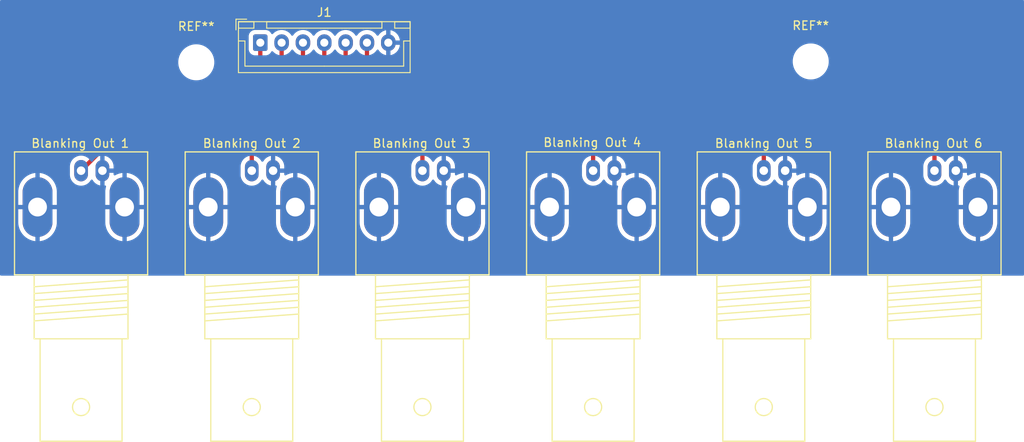
<source format=kicad_pcb>
(kicad_pcb (version 20211014) (generator pcbnew)
  (layers (0 "F.Cu" signal) (31 "B.Cu" signal) (34 "B.Paste" user) (35 "F.Paste" user) (36 "B.SilkS" user "B.Silkscreen") (37 "F.SilkS" user "F.Silkscreen") (38 "B.Mask" user) (39 "F.Mask" user) (44 "Edge.Cuts" user))
  (net 0 "")
  (net 1 "Blanking_Out1")
  (net 2 "Blanking_Out2")
  (net 3 "Blanking_Out3")
  (net 4 "Blanking_Out4")
  (net 5 "Blanking_Out5")
  (net 6 "Blanking_Out6")
  (net 7 "GNDREF")
  (footprint "Maxime:BNC_Socket_TYCO-AMP_LargePads" (layer "F.Cu") (at 155 135 180)
    (fp_text reference "J6" hide)
    (fp_text value "Blanking Out 5" (at 0 8.2) (layer "F.SilkS"))
    (fp_line (start -5.4991 -7.80034) (end 5.4991 -8.60044) (layer "F.SilkS") (width 0.15))
    (fp_line (start -4.8006 -26.70048) (end -4.8006 -14.69898) (layer "F.SilkS") (width 0.15))
    (fp_line (start 7.80034 -7.2009) (end -7.80034 -7.2009) (layer "F.SilkS") (width 0.15))
    (fp_line (start -5.4991 -14.69898) (end -5.4991 -7.2009) (layer "F.SilkS") (width 0.15))
    (fp_line (start -5.4991 -11.80084) (end 5.4991 -12.60094) (layer "F.SilkS") (width 0.15))
    (fp_line (start -7.80034 -7.2009) (end -7.80034 7.2009) (layer "F.SilkS") (width 0.15))
    (fp_line (start -5.4991 -10.20064) (end 5.4991 -11.00074) (layer "F.SilkS") (width 0.15))
    (fp_line (start 4.8006 -26.70048) (end -4.8006 -26.70048) (layer "F.SilkS") (width 0.15))
    (fp_line (start -7.80034 7.2009) (end 7.80034 7.2009) (layer "F.SilkS") (width 0.15))
    (fp_line (start 4.8006 -14.69898) (end 4.8006 -26.70048) (layer "F.SilkS") (width 0.15))
    (fp_line (start 5.4991 -7.2009) (end 5.4991 -14.69898) (layer "F.SilkS") (width 0.15))
    (fp_line (start -5.4991 -9.40054) (end 5.4991 -10.20064) (layer "F.SilkS") (width 0.15))
    (fp_line (start 5.4991 -14.69898) (end -5.4991 -14.69898) (layer "F.SilkS") (width 0.15))
    (fp_line (start -5.4991 -8.60044) (end 5.4991 -9.40054) (layer "F.SilkS") (width 0.15))
    (fp_line (start -5.4991 -11.00074) (end 5.4991 -11.80084) (layer "F.SilkS") (width 0.15))
    (fp_line (start 7.80034 7.2009) (end 7.80034 -7.2009) (layer "F.SilkS") (width 0.15))
    (fp_circle (center 0 -22.69998) (end 1.00076 -22.69998) (layer "F.SilkS") (width 0.15) (fill none))
    (pad "1" thru_hole oval locked (at 0 5.00126 180) (size 1.6002 2.49936) (drill 1.00076) (layers *.Cu *.Mask) (net 5 "Blanking_Out5"))
    (pad "2" thru_hole oval locked (at 5.10032 0.7366 180) (size 3.50012 7.00024) (drill 2.19964) (layers *.Cu *.Mask) (net 7 "GNDREF"))
    (pad "2" thru_hole oval locked (at -5.09778 0.7366 180) (size 3.50012 7.00024) (drill 2.19964) (layers *.Cu *.Mask) (net 7 "GNDREF"))
    (pad "2" thru_hole oval locked (at -2.49936 5.00126 180) (size 1.6002 2.49936) (drill 1.00076) (layers *.Cu *.Mask) (net 7 "GNDREF"))
  )
  (footprint "Maxime:BNC_Socket_TYCO-AMP_LargePads" (layer "F.Cu") (at 175 135 180)
    (fp_text reference "J7" hide)
    (fp_text value "Blanking Out 6" (at 0.1 8.2) (layer "F.SilkS"))
    (fp_line (start -5.4991 -11.00074) (end 5.4991 -11.80084) (layer "F.SilkS") (width 0.15))
    (fp_line (start -5.4991 -9.40054) (end 5.4991 -10.20064) (layer "F.SilkS") (width 0.15))
    (fp_line (start -5.4991 -7.80034) (end 5.4991 -8.60044) (layer "F.SilkS") (width 0.15))
    (fp_line (start -5.4991 -11.80084) (end 5.4991 -12.60094) (layer "F.SilkS") (width 0.15))
    (fp_line (start -4.8006 -26.70048) (end -4.8006 -14.69898) (layer "F.SilkS") (width 0.15))
    (fp_line (start 4.8006 -26.70048) (end -4.8006 -26.70048) (layer "F.SilkS") (width 0.15))
    (fp_line (start -5.4991 -14.69898) (end -5.4991 -7.2009) (layer "F.SilkS") (width 0.15))
    (fp_line (start -5.4991 -8.60044) (end 5.4991 -9.40054) (layer "F.SilkS") (width 0.15))
    (fp_line (start 7.80034 -7.2009) (end -7.80034 -7.2009) (layer "F.SilkS") (width 0.15))
    (fp_line (start 5.4991 -14.69898) (end -5.4991 -14.69898) (layer "F.SilkS") (width 0.15))
    (fp_line (start -7.80034 7.2009) (end 7.80034 7.2009) (layer "F.SilkS") (width 0.15))
    (fp_line (start 7.80034 7.2009) (end 7.80034 -7.2009) (layer "F.SilkS") (width 0.15))
    (fp_line (start 4.8006 -14.69898) (end 4.8006 -26.70048) (layer "F.SilkS") (width 0.15))
    (fp_line (start -5.4991 -10.20064) (end 5.4991 -11.00074) (layer "F.SilkS") (width 0.15))
    (fp_line (start 5.4991 -7.2009) (end 5.4991 -14.69898) (layer "F.SilkS") (width 0.15))
    (fp_line (start -7.80034 -7.2009) (end -7.80034 7.2009) (layer "F.SilkS") (width 0.15))
    (fp_circle (center 0 -22.69998) (end 1.00076 -22.69998) (layer "F.SilkS") (width 0.15) (fill none))
    (pad "1" thru_hole oval locked (at 0 5.00126 180) (size 1.6002 2.49936) (drill 1.00076) (layers *.Cu *.Mask) (net 6 "Blanking_Out6"))
    (pad "2" thru_hole oval locked (at 5.10032 0.7366 180) (size 3.50012 7.00024) (drill 2.19964) (layers *.Cu *.Mask) (net 7 "GNDREF"))
    (pad "2" thru_hole oval locked (at -2.49936 5.00126 180) (size 1.6002 2.49936) (drill 1.00076) (layers *.Cu *.Mask) (net 7 "GNDREF"))
    (pad "2" thru_hole oval locked (at -5.09778 0.7366 180) (size 3.50012 7.00024) (drill 2.19964) (layers *.Cu *.Mask) (net 7 "GNDREF"))
  )
  (footprint "MountingHole:MountingHole_3.2mm_M3" (layer "F.Cu") (at 88.5 117.3)
    (fp_text reference "REF**" (at 0 -4.2) (layer "F.SilkS"))
    (fp_text value "MountingHole_3.2mm_M3")
    (pad "" np_thru_hole circle (at 0 0) (size 3.2 3.2) (drill 3.2) (layers *.Cu *.Mask))
  )
  (footprint "Maxime:BNC_Socket_TYCO-AMP_LargePads" (layer "F.Cu") (at 135 135 180)
    (fp_text reference "J5" hide)
    (fp_text value "Blanking Out 4" (at 0.1 8.3) (layer "F.SilkS"))
    (fp_line (start 4.8006 -26.70048) (end -4.8006 -26.70048) (layer "F.SilkS") (width 0.15))
    (fp_line (start -5.4991 -7.80034) (end 5.4991 -8.60044) (layer "F.SilkS") (width 0.15))
    (fp_line (start 7.80034 -7.2009) (end -7.80034 -7.2009) (layer "F.SilkS") (width 0.15))
    (fp_line (start -5.4991 -14.69898) (end -5.4991 -7.2009) (layer "F.SilkS") (width 0.15))
    (fp_line (start -5.4991 -11.80084) (end 5.4991 -12.60094) (layer "F.SilkS") (width 0.15))
    (fp_line (start 5.4991 -7.2009) (end 5.4991 -14.69898) (layer "F.SilkS") (width 0.15))
    (fp_line (start 5.4991 -14.69898) (end -5.4991 -14.69898) (layer "F.SilkS") (width 0.15))
    (fp_line (start -7.80034 7.2009) (end 7.80034 7.2009) (layer "F.SilkS") (width 0.15))
    (fp_line (start -7.80034 -7.2009) (end -7.80034 7.2009) (layer "F.SilkS") (width 0.15))
    (fp_line (start 4.8006 -14.69898) (end 4.8006 -26.70048) (layer "F.SilkS") (width 0.15))
    (fp_line (start -4.8006 -26.70048) (end -4.8006 -14.69898) (layer "F.SilkS") (width 0.15))
    (fp_line (start -5.4991 -10.20064) (end 5.4991 -11.00074) (layer "F.SilkS") (width 0.15))
    (fp_line (start -5.4991 -11.00074) (end 5.4991 -11.80084) (layer "F.SilkS") (width 0.15))
    (fp_line (start -5.4991 -8.60044) (end 5.4991 -9.40054) (layer "F.SilkS") (width 0.15))
    (fp_line (start 7.80034 7.2009) (end 7.80034 -7.2009) (layer "F.SilkS") (width 0.15))
    (fp_line (start -5.4991 -9.40054) (end 5.4991 -10.20064) (layer "F.SilkS") (width 0.15))
    (fp_circle (center 0 -22.69998) (end 1.00076 -22.69998) (layer "F.SilkS") (width 0.15) (fill none))
    (pad "1" thru_hole oval locked (at 0 5.00126 180) (size 1.6002 2.49936) (drill 1.00076) (layers *.Cu *.Mask) (net 4 "Blanking_Out4"))
    (pad "2" thru_hole oval locked (at -5.09778 0.7366 180) (size 3.50012 7.00024) (drill 2.19964) (layers *.Cu *.Mask) (net 7 "GNDREF"))
    (pad "2" thru_hole oval locked (at 5.10032 0.7366 180) (size 3.50012 7.00024) (drill 2.19964) (layers *.Cu *.Mask) (net 7 "GNDREF"))
    (pad "2" thru_hole oval locked (at -2.49936 5.00126 180) (size 1.6002 2.49936) (drill 1.00076) (layers *.Cu *.Mask) (net 7 "GNDREF"))
  )
  (footprint "Maxime:BNC_Socket_TYCO-AMP_LargePads" (layer "F.Cu") (at 95 135 180)
    (fp_text reference "J3" hide)
    (fp_text value "Blanking Out 2" (at 0 8.2) (layer "F.SilkS"))
    (fp_line (start -5.4991 -10.20064) (end 5.4991 -11.00074) (layer "F.SilkS") (width 0.15))
    (fp_line (start 4.8006 -26.70048) (end -4.8006 -26.70048) (layer "F.SilkS") (width 0.15))
    (fp_line (start 5.4991 -14.69898) (end -5.4991 -14.69898) (layer "F.SilkS") (width 0.15))
    (fp_line (start 7.80034 -7.2009) (end -7.80034 -7.2009) (layer "F.SilkS") (width 0.15))
    (fp_line (start -5.4991 -14.69898) (end -5.4991 -7.2009) (layer "F.SilkS") (width 0.15))
    (fp_line (start -7.80034 7.2009) (end 7.80034 7.2009) (layer "F.SilkS") (width 0.15))
    (fp_line (start -5.4991 -11.00074) (end 5.4991 -11.80084) (layer "F.SilkS") (width 0.15))
    (fp_line (start -5.4991 -7.80034) (end 5.4991 -8.60044) (layer "F.SilkS") (width 0.15))
    (fp_line (start -5.4991 -11.80084) (end 5.4991 -12.60094) (layer "F.SilkS") (width 0.15))
    (fp_line (start -4.8006 -26.70048) (end -4.8006 -14.69898) (layer "F.SilkS") (width 0.15))
    (fp_line (start -5.4991 -8.60044) (end 5.4991 -9.40054) (layer "F.SilkS") (width 0.15))
    (fp_line (start 4.8006 -14.69898) (end 4.8006 -26.70048) (layer "F.SilkS") (width 0.15))
    (fp_line (start -5.4991 -9.40054) (end 5.4991 -10.20064) (layer "F.SilkS") (width 0.15))
    (fp_line (start 5.4991 -7.2009) (end 5.4991 -14.69898) (layer "F.SilkS") (width 0.15))
    (fp_line (start 7.80034 7.2009) (end 7.80034 -7.2009) (layer "F.SilkS") (width 0.15))
    (fp_line (start -7.80034 -7.2009) (end -7.80034 7.2009) (layer "F.SilkS") (width 0.15))
    (fp_circle (center 0 -22.69998) (end 1.00076 -22.69998) (layer "F.SilkS") (width 0.15) (fill none))
    (pad "1" thru_hole oval locked (at 0 5.00126 180) (size 1.6002 2.49936) (drill 1.00076) (layers *.Cu *.Mask) (net 2 "Blanking_Out2"))
    (pad "2" thru_hole oval locked (at -5.09778 0.7366 180) (size 3.50012 7.00024) (drill 2.19964) (layers *.Cu *.Mask) (net 7 "GNDREF"))
    (pad "2" thru_hole oval locked (at -2.49936 5.00126 180) (size 1.6002 2.49936) (drill 1.00076) (layers *.Cu *.Mask) (net 7 "GNDREF"))
    (pad "2" thru_hole oval locked (at 5.10032 0.7366 180) (size 3.50012 7.00024) (drill 2.19964) (layers *.Cu *.Mask) (net 7 "GNDREF"))
  )
  (footprint "MountingHole:MountingHole_3.2mm_M3" (layer "F.Cu") (at 160.5 117.2)
    (fp_text reference "REF**" (at 0 -4.2) (layer "F.SilkS"))
    (fp_text value "MountingHole_3.2mm_M3")
    (pad "" np_thru_hole circle (at 0 0) (size 3.2 3.2) (drill 3.2) (layers *.Cu *.Mask))
  )
  (footprint "Maxime:BNC_Socket_TYCO-AMP_LargePads" (layer "F.Cu") (at 115 135 180)
    (fp_text reference "J4" hide)
    (fp_text value "Blanking Out 3" (at 0.1 8.2) (layer "F.SilkS"))
    (fp_line (start -5.4991 -7.80034) (end 5.4991 -8.60044) (layer "F.SilkS") (width 0.15))
    (fp_line (start -7.80034 7.2009) (end 7.80034 7.2009) (layer "F.SilkS") (width 0.15))
    (fp_line (start -5.4991 -11.00074) (end 5.4991 -11.80084) (layer "F.SilkS") (width 0.15))
    (fp_line (start 5.4991 -7.2009) (end 5.4991 -14.69898) (layer "F.SilkS") (width 0.15))
    (fp_line (start 4.8006 -26.70048) (end -4.8006 -26.70048) (layer "F.SilkS") (width 0.15))
    (fp_line (start 4.8006 -14.69898) (end 4.8006 -26.70048) (layer "F.SilkS") (width 0.15))
    (fp_line (start 5.4991 -14.69898) (end -5.4991 -14.69898) (layer "F.SilkS") (width 0.15))
    (fp_line (start -5.4991 -14.69898) (end -5.4991 -7.2009) (layer "F.SilkS") (width 0.15))
    (fp_line (start 7.80034 7.2009) (end 7.80034 -7.2009) (layer "F.SilkS") (width 0.15))
    (fp_line (start 7.80034 -7.2009) (end -7.80034 -7.2009) (layer "F.SilkS") (width 0.15))
    (fp_line (start -5.4991 -8.60044) (end 5.4991 -9.40054) (layer "F.SilkS") (width 0.15))
    (fp_line (start -5.4991 -9.40054) (end 5.4991 -10.20064) (layer "F.SilkS") (width 0.15))
    (fp_line (start -5.4991 -11.80084) (end 5.4991 -12.60094) (layer "F.SilkS") (width 0.15))
    (fp_line (start -4.8006 -26.70048) (end -4.8006 -14.69898) (layer "F.SilkS") (width 0.15))
    (fp_line (start -7.80034 -7.2009) (end -7.80034 7.2009) (layer "F.SilkS") (width 0.15))
    (fp_line (start -5.4991 -10.20064) (end 5.4991 -11.00074) (layer "F.SilkS") (width 0.15))
    (fp_circle (center 0 -22.69998) (end 1.00076 -22.69998) (layer "F.SilkS") (width 0.15) (fill none))
    (pad "1" thru_hole oval locked (at 0 5.00126 180) (size 1.6002 2.49936) (drill 1.00076) (layers *.Cu *.Mask) (net 3 "Blanking_Out3"))
    (pad "2" thru_hole oval locked (at -5.09778 0.7366 180) (size 3.50012 7.00024) (drill 2.19964) (layers *.Cu *.Mask) (net 7 "GNDREF"))
    (pad "2" thru_hole oval locked (at 5.10032 0.7366 180) (size 3.50012 7.00024) (drill 2.19964) (layers *.Cu *.Mask) (net 7 "GNDREF"))
    (pad "2" thru_hole oval locked (at -2.49936 5.00126 180) (size 1.6002 2.49936) (drill 1.00076) (layers *.Cu *.Mask) (net 7 "GNDREF"))
  )
  (footprint "Maxime:BNC_Socket_TYCO-AMP_LargePads" (layer "F.Cu") (at 75 135 180)
    (fp_text reference "J2" hide)
    (fp_text value "Blanking Out 1" (at 0.1 8.2) (layer "F.SilkS"))
    (fp_line (start 4.8006 -26.70048) (end -4.8006 -26.70048) (layer "F.SilkS") (width 0.15))
    (fp_line (start -4.8006 -26.70048) (end -4.8006 -14.69898) (layer "F.SilkS") (width 0.15))
    (fp_line (start -5.4991 -9.40054) (end 5.4991 -10.20064) (layer "F.SilkS") (width 0.15))
    (fp_line (start 7.80034 -7.2009) (end -7.80034 -7.2009) (layer "F.SilkS") (width 0.15))
    (fp_line (start -7.80034 -7.2009) (end -7.80034 7.2009) (layer "F.SilkS") (width 0.15))
    (fp_line (start -7.80034 7.2009) (end 7.80034 7.2009) (layer "F.SilkS") (width 0.15))
    (fp_line (start -5.4991 -7.80034) (end 5.4991 -8.60044) (layer "F.SilkS") (width 0.15))
    (fp_line (start -5.4991 -14.69898) (end -5.4991 -7.2009) (layer "F.SilkS") (width 0.15))
    (fp_line (start -5.4991 -8.60044) (end 5.4991 -9.40054) (layer "F.SilkS") (width 0.15))
    (fp_line (start 5.4991 -14.69898) (end -5.4991 -14.69898) (layer "F.SilkS") (width 0.15))
    (fp_line (start -5.4991 -11.00074) (end 5.4991 -11.80084) (layer "F.SilkS") (width 0.15))
    (fp_line (start -5.4991 -11.80084) (end 5.4991 -12.60094) (layer "F.SilkS") (width 0.15))
    (fp_line (start -5.4991 -10.20064) (end 5.4991 -11.00074) (layer "F.SilkS") (width 0.15))
    (fp_line (start 7.80034 7.2009) (end 7.80034 -7.2009) (layer "F.SilkS") (width 0.15))
    (fp_line (start 5.4991 -7.2009) (end 5.4991 -14.69898) (layer "F.SilkS") (width 0.15))
    (fp_line (start 4.8006 -14.69898) (end 4.8006 -26.70048) (layer "F.SilkS") (width 0.15))
    (fp_circle (center 0 -22.69998) (end 1.00076 -22.69998) (layer "F.SilkS") (width 0.15) (fill none))
    (pad "1" thru_hole oval locked (at 0 5.00126 180) (size 1.6002 2.49936) (drill 1.00076) (layers *.Cu *.Mask) (net 1 "Blanking_Out1"))
    (pad "2" thru_hole oval locked (at -2.49936 5.00126 180) (size 1.6002 2.49936) (drill 1.00076) (layers *.Cu *.Mask) (net 7 "GNDREF"))
    (pad "2" thru_hole oval locked (at -5.09778 0.7366 180) (size 3.50012 7.00024) (drill 2.19964) (layers *.Cu *.Mask) (net 7 "GNDREF"))
    (pad "2" thru_hole oval locked (at 5.10032 0.7366 180) (size 3.50012 7.00024) (drill 2.19964) (layers *.Cu *.Mask) (net 7 "GNDREF"))
  )
  (footprint "Connector_JST:JST_XH_B7B-XH-A_1x07_P2.50mm_Vertical" (layer "F.Cu") (at 96 115)
    (fp_text reference "J1" (at 7.5 -3.55) (layer "F.SilkS"))
    (fp_text value "JST 7 ")
    (fp_line (start -2.85 -2.75) (end -2.85 -1.5) (layer "F.SilkS") (width 0.12))
    (fp_line (start 17.55 -0.2) (end 16.8 -0.2) (layer "F.SilkS") (width 0.12))
    (fp_line (start 0.75 -1.7) (end 14.25 -1.7) (layer "F.SilkS") (width 0.12))
    (fp_line (start -1.8 -0.2) (end -1.8 2.75) (layer "F.SilkS") (width 0.12))
    (fp_line (start 14.25 -2.45) (end 0.75 -2.45) (layer "F.SilkS") (width 0.12))
    (fp_line (start -2.56 3.51) (end 17.56 3.51) (layer "F.SilkS") (width 0.12))
    (fp_line (start 16.8 -0.2) (end 16.8 2.75) (layer "F.SilkS") (width 0.12))
    (fp_line (start 17.56 3.51) (end 17.56 -2.46) (layer "F.SilkS") (width 0.12))
    (fp_line (start 14.25 -1.7) (end 14.25 -2.45) (layer "F.SilkS") (width 0.12))
    (fp_line (start 17.55 -1.7) (end 17.55 -2.45) (layer "F.SilkS") (width 0.12))
    (fp_line (start -0.75 -1.7) (end -0.75 -2.45) (layer "F.SilkS") (width 0.12))
    (fp_line (start -2.55 -0.2) (end -1.8 -0.2) (layer "F.SilkS") (width 0.12))
    (fp_line (start -1.6 -2.75) (end -2.85 -2.75) (layer "F.SilkS") (width 0.12))
    (fp_line (start -2.55 -1.7) (end -0.75 -1.7) (layer "F.SilkS") (width 0.12))
    (fp_line (start -2.55 -2.45) (end -2.55 -1.7) (layer "F.SilkS") (width 0.12))
    (fp_line (start -2.56 -2.46) (end -2.56 3.51) (layer "F.SilkS") (width 0.12))
    (fp_line (start -0.75 -2.45) (end -2.55 -2.45) (layer "F.SilkS") (width 0.12))
    (fp_line (start 17.55 -2.45) (end 15.75 -2.45) (layer "F.SilkS") (width 0.12))
    (fp_line (start 0.75 -2.45) (end 0.75 -1.7) (layer "F.SilkS") (width 0.12))
    (fp_line (start 17.56 -2.46) (end -2.56 -2.46) (layer "F.SilkS") (width 0.12))
    (fp_line (start 15.75 -2.45) (end 15.75 -1.7) (layer "F.SilkS") (width 0.12))
    (fp_line (start 15.75 -1.7) (end 17.55 -1.7) (layer "F.SilkS") (width 0.12))
    (fp_line (start -1.8 2.75) (end 7.5 2.75) (layer "F.SilkS") (width 0.12))
    (fp_line (start 16.8 2.75) (end 7.5 2.75) (layer "F.SilkS") (width 0.12))
    (pad "1" thru_hole roundrect (at 0 0) (size 1.7 1.95) (drill 0.95) (layers *.Cu *.Mask) (roundrect_rratio 0.1470588235) (net 1 "Blanking_Out1"))
    (pad "2" thru_hole oval (at 2.5 0) (size 1.7 1.95) (drill 0.95) (layers *.Cu *.Mask) (net 2 "Blanking_Out2"))
    (pad "3" thru_hole oval (at 5 0) (size 1.7 1.95) (drill 0.95) (layers *.Cu *.Mask) (net 3 "Blanking_Out3"))
    (pad "4" thru_hole oval (at 7.5 0) (size 1.7 1.95) (drill 0.95) (layers *.Cu *.Mask) (net 4 "Blanking_Out4"))
    (pad "5" thru_hole oval (at 10 0) (size 1.7 1.95) (drill 0.95) (layers *.Cu *.Mask) (net 5 "Blanking_Out5"))
    (pad "6" thru_hole oval (at 12.5 0) (size 1.7 1.95) (drill 0.95) (layers *.Cu *.Mask) (net 6 "Blanking_Out6"))
    (pad "7" thru_hole oval (at 15 0) (size 1.7 1.95) (drill 0.95) (layers *.Cu *.Mask) (net 7 "GNDREF"))
  )
  (segment (start 75 129.99874) (end 78.74937 126.24937) (width 0.5) (layer "F.Cu") (net 1))
  (segment (start 96 119.8) (end 89.55063 126.24937) (width 0.5) (layer "F.Cu") (net 1))
  (segment (start 96 115) (end 96 119.8) (width 0.5) (layer "F.Cu") (net 1))
  (segment (start 89.55063 126.24937) (end 78.74937 126.24937) (width 0.5) (layer "F.Cu") (net 1))
  (segment (start 98.5 115) (end 98.5 121.3) (width 0.5) (layer "F.Cu") (net 2))
  (segment (start 95 124.8) (end 95 129.99874) (width 0.5) (layer "F.Cu") (net 2))
  (segment (start 98.5 121.3) (end 95 124.8) (width 0.5) (layer "F.Cu") (net 2))
  (segment (start 114.2 126.1) (end 115 126.9) (width 0.5) (layer "F.Cu") (net 3))
  (segment (start 115 129) (end 115 129.99874) (width 0.25) (layer "F.Cu") (net 3))
  (segment (start 101 122.7) (end 104.4 126.1) (width 0.5) (layer "F.Cu") (net 3))
  (segment (start 115 126.9) (end 115 129.99874) (width 0.5) (layer "F.Cu") (net 3))
  (segment (start 104.4 126.1) (end 114.2 126.1) (width 0.5) (layer "F.Cu") (net 3))
  (segment (start 101 115) (end 101 122.7) (width 0.5) (layer "F.Cu") (net 3))
  (segment (start 133.2 124.7) (end 135 126.5) (width 0.5) (layer "F.Cu") (net 4))
  (segment (start 135 126.5) (end 135 129.99874) (width 0.5) (layer "F.Cu") (net 4))
  (segment (start 106.7 124.7) (end 133.2 124.7) (width 0.5) (layer "F.Cu") (net 4))
  (segment (start 103.5 121.5) (end 106.7 124.7) (width 0.5) (layer "F.Cu") (net 4))
  (segment (start 103.5 115) (end 103.5 121.5) (width 0.5) (layer "F.Cu") (net 4))
  (segment (start 106 115) (end 106 121.7) (width 0.5) (layer "F.Cu") (net 5))
  (segment (start 106 121.7) (end 107.4 123.1) (width 0.5) (layer "F.Cu") (net 5))
  (segment (start 152.7 123.1) (end 155 125.4) (width 0.5) (layer "F.Cu") (net 5))
  (segment (start 155 125.4) (end 155 129.99874) (width 0.5) (layer "F.Cu") (net 5))
  (segment (start 107.4 123.1) (end 152.7 123.1) (width 0.5) (layer "F.Cu") (net 5))
  (segment (start 108.5 121) (end 109.1 121.6) (width 0.5) (layer "F.Cu") (net 6))
  (segment (start 175 125.2) (end 175 129.99874) (width 0.5) (layer "F.Cu") (net 6))
  (segment (start 171.4 121.6) (end 175 125.2) (width 0.5) (layer "F.Cu") (net 6))
  (segment (start 109.1 121.6) (end 171.4 121.6) (width 0.5) (layer "F.Cu") (net 6))
  (segment (start 108.5 115) (end 108.5 121) (width 0.5) (layer "F.Cu") (net 6))
  (zone (net 7) (net_name "GNDREF") (layer "B.Cu") (connect_pads (clearance 0.508)) (min_thickness 0.254) (fill yes (thermal_gap 0.508) (thermal_bridge_width 0.508))
    (polygon (pts (xy 185.5 142.3) (xy 65.5 142.3) (xy 65.5 110) (xy 185.5 110)))
  )
)
</source>
